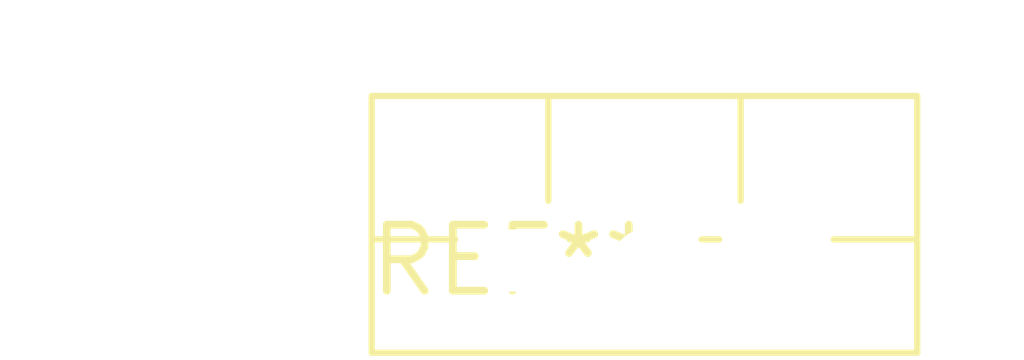
<source format=kicad_pcb>
(kicad_pcb (version 20240108) (generator pcbnew)
  (layers (0 "F.Cu" signal) (31 "B.Cu" signal) (34 "B.Paste" user) (35 "F.Paste" user) (36 "B.SilkS" user "B.Silkscreen") (37 "F.SilkS" user "F.Silkscreen") (38 "B.Mask" user) (39 "F.Mask" user) (44 "Edge.Cuts" user))
  (net 0 "")
  (footprint "TO-220F-3_Vertical" (layer "F.Cu") (at 0 0)
    (property "Reference" "REF**")
    (property "Value" "TO-220F-3_Vertical")
    (fp_line (start -2.71 -3.168) (end -2.71 1.773) (layer "F.SilkS") (stroke (width 0.12)))
    (fp_line (start -2.71 -3.168) (end 7.79 -3.168) (layer "F.SilkS") (stroke (width 0.12)))
    (fp_line (start -2.71 -0.408) (end -1.103 -0.408) (layer "F.SilkS") (stroke (width 0.12)))
    (fp_line (start -2.71 1.773) (end 7.79 1.773) (layer "F.SilkS") (stroke (width 0.12)))
    (fp_line (start 0.69 -3.168) (end 0.69 -1.15) (layer "F.SilkS") (stroke (width 0.12)))
    (fp_line (start 1.103 -0.408) (end 1.438 -0.408) (layer "F.SilkS") (stroke (width 0.12)))
    (fp_line (start 3.643 -0.408) (end 3.978 -0.408) (layer "F.SilkS") (stroke (width 0.12)))
    (fp_line (start 4.391 -3.168) (end 4.391 -1.15) (layer "F.SilkS") (stroke (width 0.12)))
    (fp_line (start 6.183 -0.408) (end 7.79 -0.408) (layer "F.SilkS") (stroke (width 0.12)))
    (fp_line (start 7.79 -3.168) (end 7.79 1.773) (layer "F.SilkS") (stroke (width 0.12)))
    (pad "1" thru_hole rect (at 0 0) (size 1.905 2) (drill 1.2) (layers *.Cu *.Mask) (remove_unused_layers))
    (pad "2" thru_hole oval (at 2.54 0) (size 1.905 2) (drill 1.2) (layers *.Cu *.Mask) (remove_unused_layers))
    (pad "3" thru_hole oval (at 5.08 0) (size 1.905 2) (drill 1.2) (layers *.Cu *.Mask) (remove_unused_layers))
  )
)
</source>
